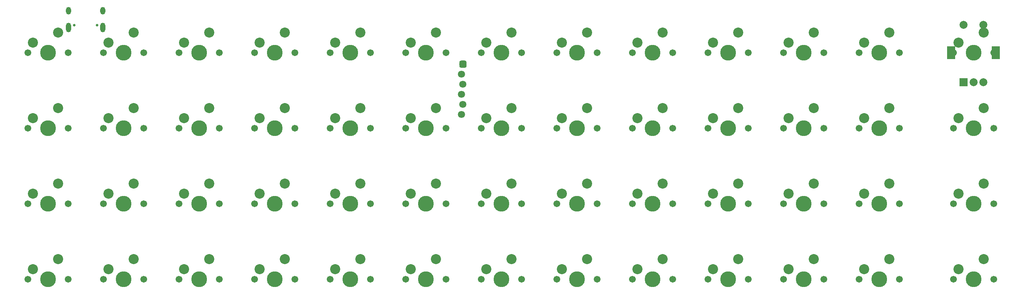
<source format=gts>
G04 #@! TF.GenerationSoftware,KiCad,Pcbnew,(5.1.4-0)*
G04 #@! TF.CreationDate,2021-10-31T23:19:15-05:00*
G04 #@! TF.ProjectId,pcb,7063622e-6b69-4636-9164-5f7063625858,rev?*
G04 #@! TF.SameCoordinates,Original*
G04 #@! TF.FileFunction,Soldermask,Top*
G04 #@! TF.FilePolarity,Negative*
%FSLAX46Y46*%
G04 Gerber Fmt 4.6, Leading zero omitted, Abs format (unit mm)*
G04 Created by KiCad (PCBNEW (5.1.4-0)) date 2021-10-31 23:19:15*
%MOMM*%
%LPD*%
G04 APERTURE LIST*
%ADD10O,1.300000X1.900000*%
%ADD11C,0.650000*%
%ADD12O,1.300000X2.400000*%
%ADD13C,2.540000*%
%ADD14C,1.701800*%
%ADD15C,3.987800*%
%ADD16R,2.000000X2.000000*%
%ADD17C,2.000000*%
%ADD18R,2.000000X3.200000*%
%ADD19C,0.100000*%
%ADD20C,1.803400*%
G04 APERTURE END LIST*
D10*
X92139825Y-42663315D03*
D11*
X93549825Y-46312315D03*
X99329825Y-46312315D03*
D10*
X100739825Y-42663315D03*
D12*
X100739825Y-46863315D03*
X92139825Y-46863315D03*
D13*
X316468185Y-69691370D03*
X322818185Y-67151370D03*
D14*
X325358185Y-72231370D03*
X315198185Y-72231370D03*
D15*
X320278185Y-72231370D03*
D13*
X121205625Y-50641250D03*
X127555625Y-48101250D03*
D14*
X130095625Y-53181250D03*
X119935625Y-53181250D03*
D15*
X125015625Y-53181250D03*
D13*
X316468185Y-107791530D03*
X322818185Y-105251530D03*
D14*
X325358185Y-110331530D03*
X315198185Y-110331530D03*
D15*
X320278185Y-110331530D03*
D16*
X317752725Y-60693950D03*
D17*
X320252725Y-60693950D03*
X322752725Y-60693950D03*
D18*
X314652725Y-53193950D03*
X325852725Y-53193950D03*
D17*
X317752725Y-46193950D03*
X322752725Y-46193950D03*
D19*
G36*
X192041441Y-55200471D02*
G01*
X192085206Y-55206963D01*
X192128125Y-55217713D01*
X192169783Y-55232619D01*
X192209779Y-55251536D01*
X192247729Y-55274282D01*
X192283266Y-55300638D01*
X192316049Y-55330351D01*
X192345762Y-55363134D01*
X192372118Y-55398671D01*
X192394864Y-55436621D01*
X192413781Y-55476617D01*
X192428687Y-55518275D01*
X192439437Y-55561194D01*
X192445929Y-55604959D01*
X192448100Y-55649150D01*
X192448100Y-56550850D01*
X192445929Y-56595041D01*
X192439437Y-56638806D01*
X192428687Y-56681725D01*
X192413781Y-56723383D01*
X192394864Y-56763379D01*
X192372118Y-56801329D01*
X192345762Y-56836866D01*
X192316049Y-56869649D01*
X192283266Y-56899362D01*
X192247729Y-56925718D01*
X192209779Y-56948464D01*
X192169783Y-56967381D01*
X192128125Y-56982287D01*
X192085206Y-56993037D01*
X192041441Y-56999529D01*
X191997250Y-57001700D01*
X191095550Y-57001700D01*
X191051359Y-56999529D01*
X191007594Y-56993037D01*
X190964675Y-56982287D01*
X190923017Y-56967381D01*
X190883021Y-56948464D01*
X190845071Y-56925718D01*
X190809534Y-56899362D01*
X190776751Y-56869649D01*
X190747038Y-56836866D01*
X190720682Y-56801329D01*
X190697936Y-56763379D01*
X190679019Y-56723383D01*
X190664113Y-56681725D01*
X190653363Y-56638806D01*
X190646871Y-56595041D01*
X190644700Y-56550850D01*
X190644700Y-55649150D01*
X190646871Y-55604959D01*
X190653363Y-55561194D01*
X190664113Y-55518275D01*
X190679019Y-55476617D01*
X190697936Y-55436621D01*
X190720682Y-55398671D01*
X190747038Y-55363134D01*
X190776751Y-55330351D01*
X190809534Y-55300638D01*
X190845071Y-55274282D01*
X190883021Y-55251536D01*
X190923017Y-55232619D01*
X190964675Y-55217713D01*
X191007594Y-55206963D01*
X191051359Y-55200471D01*
X191095550Y-55198300D01*
X191997250Y-55198300D01*
X192041441Y-55200471D01*
X192041441Y-55200471D01*
G37*
D20*
X191546400Y-56100000D03*
X191140000Y-58640000D03*
X191546400Y-61180000D03*
X191140000Y-63720000D03*
X191546400Y-66260000D03*
X191140000Y-68800000D03*
D15*
X320278125Y-53181250D03*
D14*
X315198125Y-53181250D03*
X325358125Y-53181250D03*
D13*
X322818125Y-48101250D03*
X316468125Y-50641250D03*
X316468185Y-88741450D03*
X322818185Y-86201450D03*
D14*
X325358185Y-91281450D03*
X315198185Y-91281450D03*
D15*
X320278185Y-91281450D03*
D13*
X83105625Y-50641250D03*
X89455625Y-48101250D03*
D14*
X91995625Y-53181250D03*
X81835625Y-53181250D03*
D15*
X86915625Y-53181250D03*
D13*
X102155625Y-50641250D03*
X108505625Y-48101250D03*
D14*
X111045625Y-53181250D03*
X100885625Y-53181250D03*
D15*
X105965625Y-53181250D03*
X144065625Y-53181250D03*
D14*
X138985625Y-53181250D03*
X149145625Y-53181250D03*
D13*
X146605625Y-48101250D03*
X140255625Y-50641250D03*
X159305625Y-50641250D03*
X165655625Y-48101250D03*
D14*
X168195625Y-53181250D03*
X158035625Y-53181250D03*
D15*
X163115625Y-53181250D03*
D13*
X178355625Y-50641250D03*
X184705625Y-48101250D03*
D14*
X187245625Y-53181250D03*
X177085625Y-53181250D03*
D15*
X182165625Y-53181250D03*
D13*
X197405625Y-50641250D03*
X203755625Y-48101250D03*
D14*
X206295625Y-53181250D03*
X196135625Y-53181250D03*
D15*
X201215625Y-53181250D03*
D13*
X216455625Y-50641250D03*
X222805625Y-48101250D03*
D14*
X225345625Y-53181250D03*
X215185625Y-53181250D03*
D15*
X220265625Y-53181250D03*
D13*
X235505625Y-50641250D03*
X241855625Y-48101250D03*
D14*
X244395625Y-53181250D03*
X234235625Y-53181250D03*
D15*
X239315625Y-53181250D03*
D13*
X254555625Y-50641250D03*
X260905625Y-48101250D03*
D14*
X263445625Y-53181250D03*
X253285625Y-53181250D03*
D15*
X258365625Y-53181250D03*
D13*
X273605625Y-50641250D03*
X279955625Y-48101250D03*
D14*
X282495625Y-53181250D03*
X272335625Y-53181250D03*
D15*
X277415625Y-53181250D03*
D13*
X292655625Y-50641250D03*
X299005625Y-48101250D03*
D14*
X301545625Y-53181250D03*
X291385625Y-53181250D03*
D15*
X296465625Y-53181250D03*
D13*
X83105625Y-69691250D03*
X89455625Y-67151250D03*
D14*
X91995625Y-72231250D03*
X81835625Y-72231250D03*
D15*
X86915625Y-72231250D03*
D13*
X102155625Y-69691250D03*
X108505625Y-67151250D03*
D14*
X111045625Y-72231250D03*
X100885625Y-72231250D03*
D15*
X105965625Y-72231250D03*
D13*
X121205625Y-69691250D03*
X127555625Y-67151250D03*
D14*
X130095625Y-72231250D03*
X119935625Y-72231250D03*
D15*
X125015625Y-72231250D03*
D13*
X140260799Y-69691250D03*
X146610799Y-67151250D03*
D14*
X149150799Y-72231250D03*
X138990799Y-72231250D03*
D15*
X144070799Y-72231250D03*
D13*
X159305625Y-69691250D03*
X165655625Y-67151250D03*
D14*
X168195625Y-72231250D03*
X158035625Y-72231250D03*
D15*
X163115625Y-72231250D03*
D13*
X178355625Y-69691250D03*
X184705625Y-67151250D03*
D14*
X187245625Y-72231250D03*
X177085625Y-72231250D03*
D15*
X182165625Y-72231250D03*
D13*
X197405625Y-69691250D03*
X203755625Y-67151250D03*
D14*
X206295625Y-72231250D03*
X196135625Y-72231250D03*
D15*
X201215625Y-72231250D03*
D13*
X216455625Y-69691250D03*
X222805625Y-67151250D03*
D14*
X225345625Y-72231250D03*
X215185625Y-72231250D03*
D15*
X220265625Y-72231250D03*
D13*
X235505625Y-69691250D03*
X241855625Y-67151250D03*
D14*
X244395625Y-72231250D03*
X234235625Y-72231250D03*
D15*
X239315625Y-72231250D03*
D13*
X254555625Y-69691250D03*
X260905625Y-67151250D03*
D14*
X263445625Y-72231250D03*
X253285625Y-72231250D03*
D15*
X258365625Y-72231250D03*
D13*
X273605625Y-69691250D03*
X279955625Y-67151250D03*
D14*
X282495625Y-72231250D03*
X272335625Y-72231250D03*
D15*
X277415625Y-72231250D03*
D13*
X292655625Y-69691250D03*
X299005625Y-67151250D03*
D14*
X301545625Y-72231250D03*
X291385625Y-72231250D03*
D15*
X296465625Y-72231250D03*
D13*
X83105625Y-88741250D03*
X89455625Y-86201250D03*
D14*
X91995625Y-91281250D03*
X81835625Y-91281250D03*
D15*
X86915625Y-91281250D03*
D13*
X102155625Y-88741250D03*
X108505625Y-86201250D03*
D14*
X111045625Y-91281250D03*
X100885625Y-91281250D03*
D15*
X105965625Y-91281250D03*
D13*
X121205625Y-88741250D03*
X127555625Y-86201250D03*
D14*
X130095625Y-91281250D03*
X119935625Y-91281250D03*
D15*
X125015625Y-91281250D03*
D13*
X140255625Y-88741250D03*
X146605625Y-86201250D03*
D14*
X149145625Y-91281250D03*
X138985625Y-91281250D03*
D15*
X144065625Y-91281250D03*
D13*
X159305625Y-88741250D03*
X165655625Y-86201250D03*
D14*
X168195625Y-91281250D03*
X158035625Y-91281250D03*
D15*
X163115625Y-91281250D03*
D13*
X178355625Y-88741250D03*
X184705625Y-86201250D03*
D14*
X187245625Y-91281250D03*
X177085625Y-91281250D03*
D15*
X182165625Y-91281250D03*
D13*
X216455625Y-88741250D03*
X222805625Y-86201250D03*
D14*
X225345625Y-91281250D03*
X215185625Y-91281250D03*
D15*
X220265625Y-91281250D03*
D13*
X235505625Y-88741250D03*
X241855625Y-86201250D03*
D14*
X244395625Y-91281250D03*
X234235625Y-91281250D03*
D15*
X239315625Y-91281250D03*
D13*
X254555625Y-88741250D03*
X260905625Y-86201250D03*
D14*
X263445625Y-91281250D03*
X253285625Y-91281250D03*
D15*
X258365625Y-91281250D03*
D13*
X273605625Y-88741250D03*
X279955625Y-86201250D03*
D14*
X282495625Y-91281250D03*
X272335625Y-91281250D03*
D15*
X277415625Y-91281250D03*
D13*
X83105625Y-107791250D03*
X89455625Y-105251250D03*
D14*
X91995625Y-110331250D03*
X81835625Y-110331250D03*
D15*
X86915625Y-110331250D03*
D13*
X102155625Y-107791250D03*
X108505625Y-105251250D03*
D14*
X111045625Y-110331250D03*
X100885625Y-110331250D03*
D15*
X105965625Y-110331250D03*
D13*
X121205625Y-107791250D03*
X127555625Y-105251250D03*
D14*
X130095625Y-110331250D03*
X119935625Y-110331250D03*
D15*
X125015625Y-110331250D03*
D13*
X140255625Y-107791250D03*
X146605625Y-105251250D03*
D14*
X149145625Y-110331250D03*
X138985625Y-110331250D03*
D15*
X144065625Y-110331250D03*
D13*
X159305625Y-107791250D03*
X165655625Y-105251250D03*
D14*
X168195625Y-110331250D03*
X158035625Y-110331250D03*
D15*
X163115625Y-110331250D03*
D13*
X178355625Y-107791250D03*
X184705625Y-105251250D03*
D14*
X187245625Y-110331250D03*
X177085625Y-110331250D03*
D15*
X182165625Y-110331250D03*
D13*
X216455625Y-107791250D03*
X222805625Y-105251250D03*
D14*
X225345625Y-110331250D03*
X215185625Y-110331250D03*
D15*
X220265625Y-110331250D03*
D13*
X235505625Y-107791250D03*
X241855625Y-105251250D03*
D14*
X244395625Y-110331250D03*
X234235625Y-110331250D03*
D15*
X239315625Y-110331250D03*
D13*
X254555625Y-107791250D03*
X260905625Y-105251250D03*
D14*
X263445625Y-110331250D03*
X253285625Y-110331250D03*
D15*
X258365625Y-110331250D03*
D13*
X273605625Y-107791250D03*
X279955625Y-105251250D03*
D14*
X282495625Y-110331250D03*
X272335625Y-110331250D03*
D15*
X277415625Y-110331250D03*
D13*
X197405625Y-88741250D03*
X203755625Y-86201250D03*
D14*
X206295625Y-91281250D03*
X196135625Y-91281250D03*
D15*
X201215625Y-91281250D03*
D13*
X197405625Y-107791250D03*
X203755625Y-105251250D03*
D14*
X206295625Y-110331250D03*
X196135625Y-110331250D03*
D15*
X201215625Y-110331250D03*
D13*
X292655625Y-88741250D03*
X299005625Y-86201250D03*
D14*
X301545625Y-91281250D03*
X291385625Y-91281250D03*
D15*
X296465625Y-91281250D03*
D13*
X292655625Y-107791250D03*
X299005625Y-105251250D03*
D14*
X301545625Y-110331250D03*
X291385625Y-110331250D03*
D15*
X296465625Y-110331250D03*
M02*

</source>
